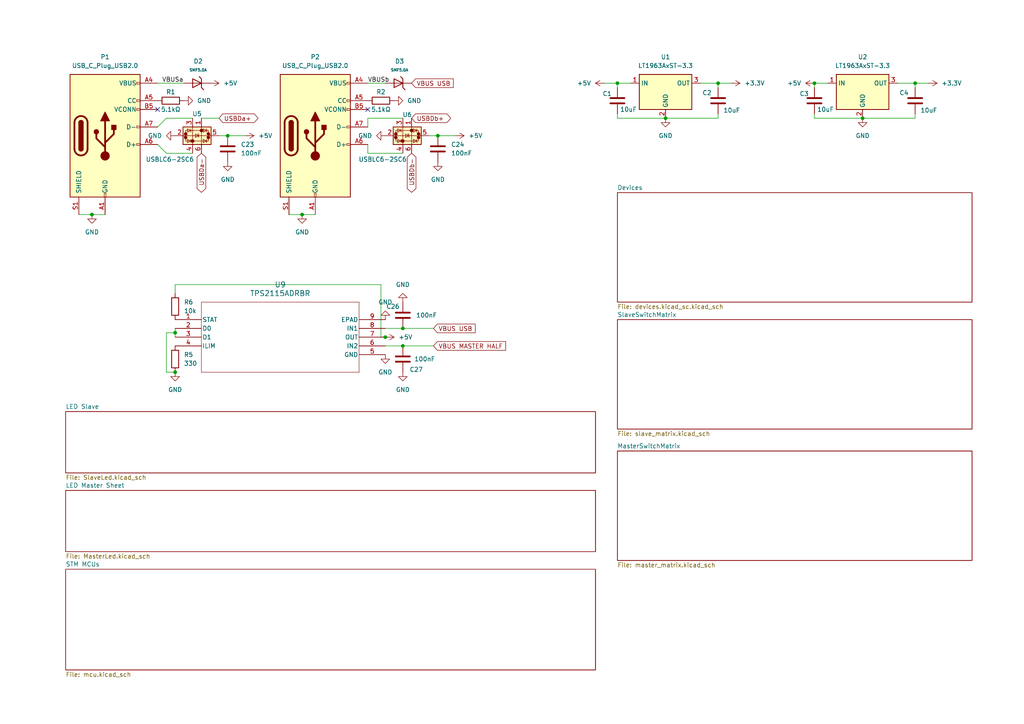
<source format=kicad_sch>
(kicad_sch (version 20250114) (generator "eeschema") (generator_version "9.0")
  (paper "A4")
  (title_block (title "Yellow Panda Split Keyboard"))
  (lib_symbols
    (symbol "Connector:USB_C_Plug_USB2.0" (pin_names (offset 1.016))
      (property "Reference" "P" (at -10.16 19.05 0))
      (property "Value" "USB_C_Plug_USB2.0" (at 12.7 19.05 0))
      (symbol "USB_C_Plug_USB2.0_0_0"
        (rectangle (start -0.254 -17.78) (end 0.254 -16.764))
        (rectangle (start 10.16 15.494) (end 9.144 14.986))
        (rectangle (start 10.16 10.414) (end 9.144 9.906))
        (rectangle (start 10.16 7.874) (end 9.144 7.366))
        (rectangle (start 10.16 2.794) (end 9.144 2.286))
        (rectangle (start 10.16 -2.286) (end 9.144 -2.794))
      )
      (symbol "USB_C_Plug_USB2.0_0_1"
        (rectangle (start -10.16 17.78) (end 10.16 -17.78) (stroke (width 0.254)) (fill (type background)))
        (polyline (pts (xy -8.89 -3.81) (xy -8.89 3.81)) (stroke (width 0.508)))
        (rectangle (start -7.62 -3.81) (end -6.35 3.81) (stroke (width 0.254)) (fill (type outline)))
        (arc (start -7.62 3.81) (mid -6.985 4.4423) (end -6.35 3.81) (stroke (width 0.254)))
        (arc (start -7.62 3.81) (mid -6.985 4.4423) (end -6.35 3.81) (stroke (width 0.254)) (fill (type outline)))
        (arc (start -8.89 3.81) (mid -6.985 5.7067) (end -5.08 3.81) (stroke (width 0.508)))
        (arc (start -5.08 -3.81) (mid -6.985 -5.7067) (end -8.89 -3.81) (stroke (width 0.508)))
        (arc (start -6.35 -3.81) (mid -6.985 -4.4423) (end -7.62 -3.81) (stroke (width 0.254)))
        (arc (start -6.35 -3.81) (mid -6.985 -4.4423) (end -7.62 -3.81) (stroke (width 0.254)) (fill (type outline)))
        (polyline (pts (xy -5.08 3.81) (xy -5.08 -3.81)) (stroke (width 0.508)))
        (circle (center -2.54 1.143) (radius 0.635) (stroke (width 0.254)) (fill (type outline)))
        (polyline (pts (xy -1.27 4.318) (xy 0 6.858) (xy 1.27 4.318) (xy -1.27 4.318)) (stroke (width 0.254)) (fill (type outline)))
        (polyline (pts (xy 0 -2.032) (xy 2.54 0.508) (xy 2.54 1.778)) (stroke (width 0.508)))
        (polyline (pts (xy 0 -3.302) (xy -2.54 -0.762) (xy -2.54 0.508)) (stroke (width 0.508)))
        (polyline (pts (xy 0 -5.842) (xy 0 4.318)) (stroke (width 0.508)))
        (circle (center 0 -5.842) (radius 1.27) (fill (type outline)))
        (rectangle (start 1.905 1.778) (end 3.175 3.048) (stroke (width 0.254)) (fill (type outline)))
      )
      (symbol "USB_C_Plug_USB2.0_1_1"
        (pin passive line (at -7.62 -22.86 90) (length 5.08) (name "SHIELD") (number "S1"))
        (pin passive line (at 0 -22.86 90) (length 5.08) (name "GND") (number "A1"))
        (pin passive line (at 0 -22.86 90) (length 5.08) (hide yes) (name "GND") (number "A12"))
        (pin passive line (at 0 -22.86 90) (length 5.08) (hide yes) (name "GND") (number "B1"))
        (pin passive line (at 0 -22.86 90) (length 5.08) (hide yes) (name "GND") (number "B12"))
        (pin passive line (at 15.24 15.24 180) (length 5.08) (name "VBUS") (number "A4"))
        (pin passive line (at 15.24 15.24 180) (length 5.08) (hide yes) (name "VBUS") (number "A9"))
        (pin passive line (at 15.24 15.24 180) (length 5.08) (hide yes) (name "VBUS") (number "B4"))
        (pin passive line (at 15.24 15.24 180) (length 5.08) (hide yes) (name "VBUS") (number "B9"))
        (pin bidirectional line (at 15.24 10.16 180) (length 5.08) (name "CC") (number "A5"))
        (pin bidirectional line (at 15.24 7.62 180) (length 5.08) (name "VCONN") (number "B5"))
        (pin bidirectional line (at 15.24 2.54 180) (length 5.08) (name "D-") (number "A7"))
        (pin bidirectional line (at 15.24 -2.54 180) (length 5.08) (name "D+") (number "A6"))
      )
    )
    (symbol "Device:C" (pin_numbers (hide yes)) (pin_names (offset 0.254))
      (property "Reference" "C" (at 0.635 2.54 0))
      (property "Value" "C" (at 0.635 -2.54 0))
      (symbol "C_0_1"
        (polyline (pts (xy -2.032 0.762) (xy 2.032 0.762)) (stroke (width 0.508)))
        (polyline (pts (xy -2.032 -0.762) (xy 2.032 -0.762)) (stroke (width 0.508)))
      )
      (symbol "C_1_1"
        (pin passive line (at 0 3.81 270) (length 2.794) (name "~") (number "1"))
        (pin passive line (at 0 -3.81 90) (length 2.794) (name "~") (number "2"))
      )
    )
    (symbol "Device:R" (pin_numbers (hide yes)) (pin_names (offset 0))
      (property "Reference" "R" (at 2.032 0 90))
      (property "Value" "R" (at 0 0 90))
      (symbol "R_0_1"
        (rectangle (start -1.016 -2.54) (end 1.016 2.54) (stroke (width 0.254)))
      )
      (symbol "R_1_1"
        (pin passive line (at 0 3.81 270) (length 1.27) (name "~") (number "1"))
        (pin passive line (at 0 -3.81 90) (length 1.27) (name "~") (number "2"))
      )
    )
    (symbol "PCM_JLCPCB-Diodes:TVS-Uni,SMF5.0A" (pin_numbers (hide yes)) (pin_names (offset 0))
      (property "Reference" "D" (at 2.032 0.834 0))
      (property "Value" "SMF5.0A" (at 2.032 -1.2122 0))
      (symbol "TVS-Uni,SMF5.0A_0_1"
        (polyline (pts (xy -1.905 -1.905) (xy -1.27 -1.27) (xy 1.27 -1.27) (xy 1.905 -0.635)) (stroke (width 0.254)))
        (polyline (pts (xy -1.27 1.27) (xy 0 -1.27) (xy 1.27 1.27) (xy -1.27 1.27)) (stroke (width 0.254)))
      )
      (symbol "TVS-Uni,SMF5.0A_1_1"
        (pin passive line (at 0 3.81 270) (length 3.81) (name "~") (number "2"))
        (pin passive line (at 0 -3.81 90) (length 3.81) (name "~") (number "1"))
      )
    )
    (symbol "Power_Protection:USBLC6-2SC6" (pin_names (hide yes))
      (property "Reference" "U" (at 0.635 5.715 0))
      (property "Value" "USBLC6-2SC6" (at 0.635 3.81 0))
      (symbol "USBLC6-2SC6_0_0"
        (circle (center -1.524 0) (radius 0.0001) (stroke (width 0.508)))
        (circle (center -0.508 2.032) (radius 0.0001) (stroke (width 0.508)))
        (circle (center -0.508 -4.572) (radius 0.0001) (stroke (width 0.508)))
        (circle (center 0.508 2.032) (radius 0.0001) (stroke (width 0.508)))
        (circle (center 0.508 -4.572) (radius 0.0001) (stroke (width 0.508)))
        (circle (center 1.524 -2.54) (radius 0.0001) (stroke (width 0.508)))
      )
      (symbol "USBLC6-2SC6_0_1"
        (polyline (pts (xy -2.54 0) (xy 2.54 0)))
        (polyline (pts (xy -2.54 -2.54) (xy 2.54 -2.54)))
        (polyline (pts (xy -2.032 0.508) (xy -1.016 0.508) (xy -1.524 1.524) (xy -2.032 0.508)))
        (polyline (pts (xy -2.032 -3.048) (xy -1.016 -3.048)))
        (polyline (pts (xy -1.016 1.524) (xy -2.032 1.524)))
        (polyline (pts (xy -1.016 -4.064) (xy -2.032 -4.064) (xy -1.524 -3.048) (xy -1.016 -4.064)))
        (polyline (pts (xy -0.508 -1.143) (xy -0.508 -0.762) (xy 0.508 -0.762)))
        (polyline (pts (xy 0 2.54) (xy -0.508 2.032) (xy 0.508 2.032) (xy 0 1.524) (xy 0 -4.064) (xy -0.508 -4.572) (xy 0.508 -4.572) (xy 0 -5.08)))
        (polyline (pts (xy 0.508 -1.778) (xy -0.508 -1.778) (xy 0 -0.762) (xy 0.508 -1.778)))
        (polyline (pts (xy 1.016 1.524) (xy 2.032 1.524)))
        (polyline (pts (xy 1.016 -3.048) (xy 2.032 -3.048)))
        (polyline (pts (xy 2.032 0.508) (xy 1.016 0.508) (xy 1.524 1.524) (xy 2.032 0.508)))
        (polyline (pts (xy 2.032 -4.064) (xy 1.016 -4.064) (xy 1.524 -3.048) (xy 2.032 -4.064)))
      )
      (symbol "USBLC6-2SC6_1_1"
        (rectangle (start -2.54 2.794) (end 2.54 -5.334) (stroke (width 0.254)) (fill (type background)))
        (polyline (pts (xy -0.508 2.032) (xy -1.524 2.032) (xy -1.524 -4.572) (xy -0.508 -4.572)))
        (polyline (pts (xy 0.508 -4.572) (xy 1.524 -4.572) (xy 1.524 2.032) (xy 0.508 2.032)))
        (pin passive line (at -5.08 0 0) (length 2.54) (name "I/O1") (number "1"))
        (pin passive line (at -5.08 -2.54 0) (length 2.54) (name "I/O2") (number "3"))
        (pin passive line (at 0 5.08 270) (length 2.54) (name "VBUS") (number "5"))
        (pin passive line (at 0 -7.62 90) (length 2.54) (name "GND") (number "2"))
        (pin passive line (at 5.08 0 180) (length 2.54) (name "I/O1") (number "6"))
        (pin passive line (at 5.08 -2.54 180) (length 2.54) (name "I/O2") (number "4"))
      )
    )
    (symbol "Regulator_Linear:LT1963AxST-3.3"
      (property "Reference" "U" (at -7.62 6.35 0))
      (property "Value" "LT1963AxST-3.3" (at -1.27 6.35 0))
      (symbol "LT1963AxST-3.3_0_1"
        (rectangle (start -7.62 5.08) (end 7.62 -5.08) (stroke (width 0.254)) (fill (type background)))
      )
      (symbol "LT1963AxST-3.3_1_1"
        (pin power_in line (at -10.16 2.54 0) (length 2.54) (name "IN") (number "1"))
        (pin power_in line (at 0 -7.62 90) (length 2.54) (name "GND") (number "2"))
        (pin power_out line (at 10.16 2.54 180) (length 2.54) (name "OUT") (number "3"))
      )
    )
    (symbol "power:+3.3V" (power) (pin_numbers (hide yes)) (pin_names (offset 0) (hide yes))
      (property "Value" "+3.3V" (at 0 3.556 0))
      (symbol "+3.3V_0_1"
        (polyline (pts (xy -0.762 1.27) (xy 0 2.54)))
        (polyline (pts (xy 0 2.54) (xy 0.762 1.27)))
        (polyline (pts (xy 0 0) (xy 0 2.54)))
      )
      (symbol "+3.3V_1_1"
        (pin power_in line (at 0 0 90) (length 0) (name "~") (number "1"))
      )
    )
    (symbol "power:+5V" (power) (pin_numbers (hide yes)) (pin_names (offset 0) (hide yes))
      (property "Value" "+5V" (at 0 3.556 0))
      (symbol "+5V_0_1"
        (polyline (pts (xy -0.762 1.27) (xy 0 2.54)))
        (polyline (pts (xy 0 2.54) (xy 0.762 1.27)))
        (polyline (pts (xy 0 0) (xy 0 2.54)))
      )
      (symbol "+5V_1_1"
        (pin power_in line (at 0 0 90) (length 0) (name "~") (number "1"))
      )
    )
    (symbol "power:GND" (power) (pin_numbers (hide yes)) (pin_names (offset 0) (hide yes))
      (property "Value" "GND" (at 0 -3.81 0))
      (symbol "GND_0_1"
        (polyline (pts (xy 0 0) (xy 0 -1.27) (xy 1.27 -1.27) (xy 0 -2.54) (xy -1.27 -1.27) (xy 0 -1.27)))
      )
      (symbol "GND_1_1"
        (pin power_in line (at 0 0 270) (length 0) (name "~") (number "1"))
      )
    )
    (symbol "power_selector:TPS2115ADRBR" (pin_names (offset 0.254))
      (property "Reference" "U" (at 30.48 10.16 0))
      (property "Value" "TPS2115ADRBR" (at 30.48 7.62 0))
      (symbol "TPS2115ADRBR_0_1"
        (polyline (pts (xy 7.62 5.08) (xy 7.62 -15.24)) (stroke (width 0.127)))
        (polyline (pts (xy 7.62 -15.24) (xy 53.34 -15.24)) (stroke (width 0.127)))
        (polyline (pts (xy 53.34 5.08) (xy 7.62 5.08)) (stroke (width 0.127)))
        (polyline (pts (xy 53.34 -15.24) (xy 53.34 5.08)) (stroke (width 0.127)))
        (pin output line (at 0 0 0) (length 7.62) (name "STAT") (number "1"))
        (pin input line (at 0 -2.54 0) (length 7.62) (name "D0") (number "2"))
        (pin input line (at 0 -5.08 0) (length 7.62) (name "D1") (number "3"))
        (pin input line (at 0 -7.62 0) (length 7.62) (name "ILIM") (number "4"))
        (pin unspecified line (at 60.96 0 180) (length 7.62) (name "EPAD") (number "9"))
        (pin input line (at 60.96 -2.54 180) (length 7.62) (name "IN1") (number "8"))
        (pin output line (at 60.96 -5.08 180) (length 7.62) (name "OUT") (number "7"))
        (pin input line (at 60.96 -7.62 180) (length 7.62) (name "IN2") (number "6"))
        (pin power_in line (at 60.96 -10.16 180) (length 7.62) (name "GND") (number "5"))
      )
    )
  )
  (junction (at 250.19 34.29))
  (junction (at 116.84 95.25))
  (junction (at 66.04 39.37))
  (junction (at 111.76 97.79))
  (junction (at 193.04 34.29))
  (junction (at 87.63 62.23))
  (junction (at 236.22 24.13))
  (junction (at 265.43 24.13))
  (junction (at 179.07 24.13))
  (junction (at 208.28 24.13))
  (junction (at 50.8 96.52))
  (junction (at 127 39.37))
  (junction (at 50.8 107.95))
  (junction (at 116.84 100.33))
  (junction (at 26.67 62.23))
  (no_connect (at 106.68 31.75))
  (no_connect (at 45.72 31.75))
  (wire (pts (xy 193.04 34.29) (xy 179.07 34.29)))
  (wire (pts (xy 48.26 34.29) (xy 55.88 34.29)))
  (wire (pts (xy 83.82 62.23) (xy 87.63 62.23)))
  (wire (pts (xy 110.49 82.55) (xy 110.49 97.79)))
  (wire (pts (xy 236.22 34.29) (xy 236.22 33.02)))
  (wire (pts (xy 250.19 34.29) (xy 265.43 34.29)))
  (wire (pts (xy 48.26 107.95) (xy 50.8 107.95)))
  (wire (pts (xy 265.43 34.29) (xy 265.43 33.02)))
  (wire (pts (xy 50.8 82.55) (xy 50.8 85.09)))
  (wire (pts (xy 50.8 82.55) (xy 110.49 82.55)))
  (wire (pts (xy 132.08 39.37) (xy 127 39.37)))
  (wire (pts (xy 250.19 34.29) (xy 236.22 34.29)))
  (wire (pts (xy 22.86 62.23) (xy 26.67 62.23)))
  (wire (pts (xy 179.07 25.4) (xy 179.07 24.13)))
  (wire (pts (xy 106.68 44.45) (xy 116.84 44.45)))
  (wire (pts (xy 106.68 44.45) (xy 106.68 41.91)))
  (wire (pts (xy 208.28 34.29) (xy 208.28 33.02)))
  (wire (pts (xy 45.72 36.83) (xy 48.26 34.29)))
  (wire (pts (xy 208.28 25.4) (xy 208.28 24.13)))
  (wire (pts (xy 26.67 62.23) (xy 30.48 62.23)))
  (wire (pts (xy 110.49 97.79) (xy 111.76 97.79)))
  (wire (pts (xy 45.72 24.13) (xy 53.34 24.13)))
  (wire (pts (xy 111.76 24.13) (xy 106.68 24.13)))
  (wire (pts (xy 265.43 24.13) (xy 269.24 24.13)))
  (wire (pts (xy 179.07 24.13) (xy 182.88 24.13)))
  (wire (pts (xy 116.84 95.25) (xy 111.76 95.25)))
  (wire (pts (xy 125.73 95.25) (xy 116.84 95.25)))
  (wire (pts (xy 208.28 24.13) (xy 212.09 24.13)))
  (wire (pts (xy 203.2 24.13) (xy 208.28 24.13)))
  (wire (pts (xy 236.22 24.13) (xy 240.03 24.13)))
  (wire (pts (xy 71.12 39.37) (xy 66.04 39.37)))
  (wire (pts (xy 55.88 44.45) (xy 48.26 44.45)))
  (wire (pts (xy 193.04 34.29) (xy 208.28 34.29)))
  (wire (pts (xy 50.8 95.25) (xy 50.8 96.52)))
  (wire (pts (xy 66.04 39.37) (xy 63.5 39.37)))
  (wire (pts (xy 48.26 96.52) (xy 50.8 96.52)))
  (wire (pts (xy 63.5 34.29) (xy 58.42 34.29)))
  (wire (pts (xy 236.22 25.4) (xy 236.22 24.13)))
  (wire (pts (xy 260.35 24.13) (xy 265.43 24.13)))
  (wire (pts (xy 48.26 96.52) (xy 48.26 107.95)))
  (wire (pts (xy 116.84 100.33) (xy 111.76 100.33)))
  (wire (pts (xy 106.68 34.29) (xy 116.84 34.29)))
  (wire (pts (xy 48.26 44.45) (xy 45.72 41.91)))
  (wire (pts (xy 87.63 62.23) (xy 91.44 62.23)))
  (wire (pts (xy 50.8 96.52) (xy 50.8 97.79)))
  (wire (pts (xy 175.26 24.13) (xy 179.07 24.13)))
  (wire (pts (xy 265.43 25.4) (xy 265.43 24.13)))
  (wire (pts (xy 106.68 34.29) (xy 106.68 36.83)))
  (wire (pts (xy 179.07 34.29) (xy 179.07 33.02)))
  (wire (pts (xy 125.73 100.33) (xy 116.84 100.33)))
  (wire (pts (xy 127 39.37) (xy 124.46 39.37)))
  (label "VBUSa" (at 46.99 24.13 0))
  (label "VBUSb" (at 106.68 24.13 0))
  (global_label "USBDb+" (shape bidirectional) (at 119.38 34.29 0) (property "Intersheetrefs" "${INTERSHEET_REFS}" (effects (hide yes))))
  (global_label "USBDa+" (shape bidirectional) (at 63.5 34.29 0) (property "Intersheetrefs" "${INTERSHEET_REFS}" (effects (hide yes))))
  (global_label "VBUS MASTER HALF" (shape input) (at 125.73 100.33 0) (property "Intersheetrefs" "${INTERSHEET_REFS}" (effects (hide yes))))
  (global_label "VBUS USB" (shape input) (at 125.73 95.25 0) (property "Intersheetrefs" "${INTERSHEET_REFS}" (effects (hide yes))))
  (global_label "VBUS USB" (shape input) (at 119.38 24.13 0) (property "Intersheetrefs" "${INTERSHEET_REFS}" (effects (hide yes))))
  (global_label "USBDa-" (shape bidirectional) (at 58.42 44.45 270) (property "Intersheetrefs" "${INTERSHEET_REFS}" (effects (hide yes))))
  (global_label "USBDb-" (shape bidirectional) (at 119.38 44.45 270) (property "Intersheetrefs" "${INTERSHEET_REFS}" (effects (hide yes))))
  (symbol (lib_id "power:GND") (at 116.84 87.63 180) (unit 1)
    (property "Reference" "#PWR0110" (effects (hide yes)))
    (property "Value" "GND" (at 116.84 82.55 0))
    (property "Description" "Power symbol creates a global label with name \"GND\" , ground" (effects (hide yes)))
  )
  (symbol (lib_id "power:+3.3V") (at 212.09 24.13 270) (unit 1)
    (property "Reference" "#PWR04" (effects (hide yes)))
    (property "Value" "+3.3V" (at 215.9 24.1299 90) (effects (justify left)))
    (property "Description" "Power symbol creates a global label with name \"+3.3V\"" (effects (hide yes)))
  )
  (symbol (lib_id "Device:R") (at 50.8 104.14 0) (unit 1)
    (property "Reference" "R5" (at 53.34 102.8699 0) (effects (justify left)))
    (property "Value" "330" (at 53.34 105.4099 0) (effects (justify left)))
    (property "Footprint" "Resistor_SMD:R_2512_6332Metric_Pad1.40x3.35mm_HandSolder" (effects (hide yes)))
    (property "Description" "Resistor" (effects (hide yes)))
  )
  (symbol (lib_id "Device:C") (at 236.22 29.21 0) (unit 1)
    (property "Reference" "C3" (at 231.902 27.178 0) (effects (justify left)))
    (property "Value" "10uF" (at 236.982 31.75 0) (effects (justify left)))
    (property "Footprint" "Capacitor_SMD:C_1206_3216Metric_Pad1.33x1.80mm_HandSolder" (effects (hide yes)))
    (property "Description" "Unpolarized capacitor" (effects (hide yes)))
  )
  (symbol (lib_id "Device:R") (at 110.49 29.21 270) (unit 1)
    (property "Reference" "R2" (at 110.49 26.67 90))
    (property "Value" "5.1kΩ" (at 110.49 31.75 90))
    (property "Footprint" "Resistor_SMD:R_01005_0402Metric_Pad0.57x0.30mm_HandSolder" (effects (hide yes)))
  )
  (symbol (lib_id "Power_Protection:USBLC6-2SC6") (at 119.38 39.37 270) (unit 1)
    (property "Reference" "U6" (at 118.11 33.274 90))
    (property "Value" "USBLC6-2SC6" (at 110.998 46.228 90))
    (property "Footprint" "Package_TO_SOT_SMD:SOT-23-6" (effects (hide yes)))
    (property "Datasheet" "https://www.st.com/resource/en/datasheet/usblc6-2.pdf" (effects (hide yes)))
    (property "Description" "Very low capacitance ESD protection diode, 2 data-line, SOT-23-6" (effects (hide yes)))
  )
  (symbol (lib_id "power:+3.3V") (at 269.24 24.13 270) (unit 1)
    (property "Reference" "#PWR0180" (effects (hide yes)))
    (property "Value" "+3.3V" (at 273.05 24.1299 90) (effects (justify left)))
    (property "Description" "Power symbol creates a global label with name \"+3.3V\"" (effects (hide yes)))
  )
  (symbol (lib_id "Device:C") (at 208.28 29.21 0) (unit 1)
    (property "Reference" "C2" (at 203.708 26.924 0) (effects (justify left)))
    (property "Value" "10uF" (at 209.804 32.004 0) (effects (justify left)))
    (property "Footprint" "Capacitor_SMD:C_1206_3216Metric_Pad1.33x1.80mm_HandSolder" (effects (hide yes)))
    (property "Description" "Unpolarized capacitor" (effects (hide yes)))
  )
  (symbol (lib_id "power:+5V") (at 71.12 39.37 270) (unit 1)
    (property "Reference" "#PWR012" (effects (hide yes)))
    (property "Value" "+5V" (at 74.93 39.3699 90) (effects (justify left)))
    (property "Description" "Power symbol creates a global label with name \"+5V\"" (effects (hide yes)))
  )
  (symbol (lib_id "power:GND") (at 66.04 46.99 0) (unit 1)
    (property "Reference" "#PWR013" (effects (hide yes)))
    (property "Value" "GND" (at 66.04 52.07 0))
    (property "Description" "Power symbol creates a global label with name \"GND\" , ground" (effects (hide yes)))
  )
  (symbol (lib_id "PCM_JLCPCB-Diodes:TVS-Uni,SMF5.0A") (at 57.15 24.13 90) (unit 1)
    (property "Reference" "D2" (at 57.4675 17.78 90))
    (property "Value" "SMF5.0A" (at 57.4675 20.32 90) (effects (font (size 0.8 0.8))))
    (property "Footprint" "PCM_JLCPCB:D_SOD-123FL" (effects (hide yes)))
    (property "Datasheet" "https://wmsc.lcsc.com/wmsc/upload/file/pdf/v2/lcsc/2312041000_hongjiacheng-SMF5-0A_C19077497.pdf" (effects (hide yes)))
    (property "Description" "27.4A 7.3V 200W 6.4V Unidirectional 5V SOD-123FL ESD and Surge Protection (TVS/ESD) ROHS" (effects (hide yes)))
    (property "LCSC" "C19077497" (effects (hide yes)))
    (property "Stock" "158412" (effects (hide yes)))
    (property "Price" "0.028USD" (effects (hide yes)))
    (property "Process" "SMT" (effects (hide yes)))
    (property "Minimum Qty" "15" (effects (hide yes)))
    (property "Attrition Qty" "4" (effects (hide yes)))
    (property "Class" "Preferred Component" (effects (hide yes)))
    (property "Category" "Circuit Protection,ESD And Surge Protection (TVS/ESD)" (effects (hide yes)))
    (property "Manufacturer" "hongjiacheng" (effects (hide yes)))
    (property "Part" "SMF5.0A" (effects (hide yes)))
  )
  (symbol (lib_id "power:GND") (at 127 46.99 0) (unit 1)
    (property "Reference" "#PWR041" (effects (hide yes)))
    (property "Value" "GND" (at 127 52.07 0))
    (property "Description" "Power symbol creates a global label with name \"GND\" , ground" (effects (hide yes)))
  )
  (symbol (lib_id "Regulator_Linear:LT1963AxST-3.3") (at 193.04 26.67 0) (unit 1)
    (property "Reference" "U1" (at 193.04 16.51 0))
    (property "Value" "LT1963AxST-3.3" (at 193.04 19.05 0))
    (property "Footprint" "Package_TO_SOT_SMD:SOT-223-3_TabPin2" (effects (hide yes)))
    (property "Datasheet" "https://www.analog.com/media/en/technical-documentation/data-sheets/1963aff.pdf" (effects (hide yes)))
    (property "Description" "3.3V, 1.5A, Low Noise, Fast Transient Response LDO Regulator, SOT-223" (effects (hide yes)))
  )
  (symbol (lib_id "Device:C") (at 116.84 91.44 0) (unit 1)
    (property "Reference" "C26" (at 112.014 88.9 0) (effects (justify left)))
    (property "Value" "100nF" (at 120.65 91.44 0) (effects (justify left)))
    (property "Footprint" "Capacitor_SMD:C_0201_0603Metric_Pad0.64x0.40mm_HandSolder" (effects (hide yes)))
    (property "Description" "Unpolarized capacitor" (effects (hide yes)))
  )
  (symbol (lib_id "Connector:USB_C_Plug_USB2.0") (at 91.44 39.37 0) (unit 1)
    (property "Reference" "P2" (at 91.44 16.51 0))
    (property "Value" "USB_C_Plug_USB2.0" (at 91.44 19.05 0))
    (property "Footprint" "Custom Lib:USB_C_Receptacle_GCT_USB4110" (effects (hide yes)))
    (property "Datasheet" "https://www.usb.org/sites/default/files/documents/usb_type-c.zip" (effects (hide yes)))
  )
  (symbol (lib_id "power:GND") (at 111.76 39.37 270) (unit 1)
    (property "Reference" "#PWR042" (effects (hide yes)))
    (property "Value" "GND" (at 107.95 39.3699 90) (effects (justify right)))
    (property "Description" "Power symbol creates a global label with name \"GND\" , ground" (effects (hide yes)))
  )
  (symbol (lib_id "power:GND") (at 193.04 34.29 0) (unit 1)
    (property "Reference" "#PWR09" (effects (hide yes)))
    (property "Value" "GND" (at 193.04 39.37 0))
    (property "Description" "Power symbol creates a global label with name \"GND\" , ground" (effects (hide yes)))
  )
  (symbol (lib_id "power:+5V") (at 132.08 39.37 270) (unit 1)
    (property "Reference" "#PWR014" (effects (hide yes)))
    (property "Value" "+5V" (at 135.89 39.3699 90) (effects (justify left)))
    (property "Description" "Power symbol creates a global label with name \"+5V\"" (effects (hide yes)))
  )
  (symbol (lib_id "power:GND") (at 111.76 102.87 0) (unit 1)
    (property "Reference" "#PWR0108" (effects (hide yes)))
    (property "Value" "GND" (at 111.76 107.95 0))
    (property "Description" "Power symbol creates a global label with name \"GND\" , ground" (effects (hide yes)))
  )
  (symbol (lib_id "power:+5V") (at 60.96 24.13 270) (unit 1)
    (property "Reference" "#PWR01" (effects (hide yes)))
    (property "Value" "+5V" (at 64.77 24.1299 90) (effects (justify left)))
    (property "Description" "Power symbol creates a global label with name \"+5V\"" (effects (hide yes)))
  )
  (symbol (lib_id "Device:C") (at 66.04 43.18 0) (unit 1)
    (property "Reference" "C23" (at 69.85 41.9099 0) (effects (justify left)))
    (property "Value" "100nF" (at 69.85 44.4499 0) (effects (justify left)))
    (property "Footprint" "Capacitor_SMD:C_0201_0603Metric_Pad0.64x0.40mm_HandSolder" (effects (hide yes)))
    (property "Description" "Unpolarized capacitor" (effects (hide yes)))
  )
  (symbol (lib_id "Connector:USB_C_Plug_USB2.0") (at 30.48 39.37 0) (unit 1)
    (property "Reference" "P1" (at 30.48 16.51 0))
    (property "Value" "USB_C_Plug_USB2.0" (at 30.48 19.05 0))
    (property "Footprint" "Custom Lib:USB_C_Receptacle_GCT_USB4110" (effects (hide yes)))
    (property "Datasheet" "https://www.usb.org/sites/default/files/documents/usb_type-c.zip" (effects (hide yes)))
  )
  (symbol (lib_id "power:GND") (at 87.63 62.23 0) (unit 1)
    (property "Reference" "#PWR016" (effects (hide yes)))
    (property "Value" "GND" (at 87.63 67.31 0))
    (property "Description" "Power symbol creates a global label with name \"GND\" , ground" (effects (hide yes)))
  )
  (symbol (lib_id "PCM_JLCPCB-Diodes:TVS-Uni,SMF5.0A") (at 115.57 24.13 90) (unit 1)
    (property "Reference" "D3" (at 115.8875 17.78 90))
    (property "Value" "SMF5.0A" (at 115.8875 20.32 90) (effects (font (size 0.8 0.8))))
    (property "Footprint" "PCM_JLCPCB:D_SOD-123FL" (effects (hide yes)))
    (property "Datasheet" "https://wmsc.lcsc.com/wmsc/upload/file/pdf/v2/lcsc/2312041000_hongjiacheng-SMF5-0A_C19077497.pdf" (effects (hide yes)))
    (property "Description" "27.4A 7.3V 200W 6.4V Unidirectional 5V SOD-123FL ESD and Surge Protection (TVS/ESD) ROHS" (effects (hide yes)))
    (property "LCSC" "C19077497" (effects (hide yes)))
    (property "Stock" "158412" (effects (hide yes)))
    (property "Price" "0.028USD" (effects (hide yes)))
    (property "Process" "SMT" (effects (hide yes)))
    (property "Minimum Qty" "15" (effects (hide yes)))
    (property "Attrition Qty" "4" (effects (hide yes)))
    (property "Class" "Preferred Component" (effects (hide yes)))
    (property "Category" "Circuit Protection,ESD And Surge Protection (TVS/ESD)" (effects (hide yes)))
    (property "Manufacturer" "hongjiacheng" (effects (hide yes)))
    (property "Part" "SMF5.0A" (effects (hide yes)))
  )
  (symbol (lib_id "Regulator_Linear:LT1963AxST-3.3") (at 250.19 26.67 0) (unit 1)
    (property "Reference" "U2" (at 250.19 16.51 0))
    (property "Value" "LT1963AxST-3.3" (at 250.19 19.05 0))
    (property "Footprint" "Package_TO_SOT_SMD:SOT-223-3_TabPin2" (effects (hide yes)))
    (property "Datasheet" "https://www.analog.com/media/en/technical-documentation/data-sheets/1963aff.pdf" (effects (hide yes)))
    (property "Description" "3.3V, 1.5A, Low Noise, Fast Transient Response LDO Regulator, SOT-223" (effects (hide yes)))
  )
  (symbol (lib_id "Device:C") (at 116.84 104.14 180) (unit 1)
    (property "Reference" "C27" (at 122.682 107.188 0) (effects (justify left)))
    (property "Value" "100nF" (at 126.238 104.14 0) (effects (justify left)))
    (property "Footprint" "Capacitor_SMD:C_0201_0603Metric_Pad0.64x0.40mm_HandSolder" (effects (hide yes)))
    (property "Description" "Unpolarized capacitor" (effects (hide yes)))
  )
  (symbol (lib_id "power:GND") (at 26.67 62.23 0) (unit 1)
    (property "Reference" "#PWR015" (effects (hide yes)))
    (property "Value" "GND" (at 26.67 67.31 0))
    (property "Description" "Power symbol creates a global label with name \"GND\" , ground" (effects (hide yes)))
  )
  (symbol (lib_id "Device:C") (at 127 43.18 0) (unit 1)
    (property "Reference" "C24" (at 130.81 41.9099 0) (effects (justify left)))
    (property "Value" "100nF" (at 130.81 44.4499 0) (effects (justify left)))
    (property "Footprint" "Capacitor_SMD:C_0201_0603Metric_Pad0.64x0.40mm_HandSolder" (effects (hide yes)))
    (property "Description" "Unpolarized capacitor" (effects (hide yes)))
  )
  (symbol (lib_id "power_selector:TPS2115ADRBR") (at 50.8 92.71 0) (unit 1)
    (property "Reference" "U9" (at 81.28 82.55 0) (effects (font (size 1.524 1.524))))
    (property "Value" "TPS2115ADRBR" (at 81.28 85.09 0) (effects (font (size 1.524 1.524))))
    (property "Footprint" "Custom Lib:DRB8_2P4X1P65" (effects (hide yes)))
    (property "Datasheet" "https://www.ti.com/lit/gpn/tps2115a" (effects (hide yes)))
  )
  (symbol (lib_id "Device:C") (at 265.43 29.21 0) (unit 1)
    (property "Reference" "C4" (at 260.858 26.924 0) (effects (justify left)))
    (property "Value" "10uF" (at 266.954 32.004 0) (effects (justify left)))
    (property "Footprint" "Capacitor_SMD:C_1206_3216Metric_Pad1.33x1.80mm_HandSolder" (effects (hide yes)))
    (property "Description" "Unpolarized capacitor" (effects (hide yes)))
  )
  (symbol (lib_id "Device:R") (at 49.53 29.21 270) (unit 1)
    (property "Reference" "R1" (at 49.53 26.67 90))
    (property "Value" "5.1kΩ" (at 49.53 31.75 90))
    (property "Footprint" "Resistor_SMD:R_01005_0402Metric_Pad0.57x0.30mm_HandSolder" (effects (hide yes)))
  )
  (symbol (lib_id "power:GND") (at 114.3 29.21 90) (unit 1)
    (property "Reference" "#PWR08" (effects (hide yes)))
    (property "Value" "GND" (at 118.11 29.2099 90) (effects (justify right)))
    (property "Description" "Power symbol creates a global label with name \"GND\" , ground" (effects (hide yes)))
  )
  (symbol (lib_id "power:GND") (at 111.76 92.71 180) (unit 1)
    (property "Reference" "#PWR0109" (effects (hide yes)))
    (property "Value" "GND" (at 111.76 87.63 0))
    (property "Description" "Power symbol creates a global label with name \"GND\" , ground" (effects (hide yes)))
  )
  (symbol (lib_id "Device:C") (at 179.07 29.21 0) (unit 1)
    (property "Reference" "C1" (at 174.752 27.178 0) (effects (justify left)))
    (property "Value" "10uF" (at 179.832 31.75 0) (effects (justify left)))
    (property "Footprint" "Capacitor_SMD:C_1206_3216Metric_Pad1.33x1.80mm_HandSolder" (effects (hide yes)))
    (property "Description" "Unpolarized capacitor" (effects (hide yes)))
  )
  (symbol (lib_id "power:GND") (at 116.84 107.95 0) (unit 1)
    (property "Reference" "#PWR0111" (effects (hide yes)))
    (property "Value" "GND" (at 116.84 113.03 0))
    (property "Description" "Power symbol creates a global label with name \"GND\" , ground" (effects (hide yes)))
  )
  (symbol (lib_id "power:+5V") (at 175.26 24.13 90) (unit 1)
    (property "Reference" "#PWR03" (effects (hide yes)))
    (property "Value" "+5V" (at 171.45 24.1299 90) (effects (justify left)))
    (property "Description" "Power symbol creates a global label with name \"+5V\"" (effects (hide yes)))
  )
  (symbol (lib_id "Device:R") (at 50.8 88.9 0) (unit 1)
    (property "Reference" "R6" (at 53.34 87.6299 0) (effects (justify left)))
    (property "Value" "10k" (at 53.34 90.1699 0) (effects (justify left)))
    (property "Footprint" "Resistor_SMD:R_0402_1005Metric_Pad0.72x0.64mm_HandSolder" (effects (hide yes)))
    (property "Description" "Resistor" (effects (hide yes)))
  )
  (symbol (lib_id "power:GND") (at 50.8 39.37 270) (unit 1)
    (property "Reference" "#PWR011" (effects (hide yes)))
    (property "Value" "GND" (at 46.99 39.3699 90) (effects (justify right)))
    (property "Description" "Power symbol creates a global label with name \"GND\" , ground" (effects (hide yes)))
  )
  (symbol (lib_id "power:GND") (at 53.34 29.21 90) (unit 1)
    (property "Reference" "#PWR07" (effects (hide yes)))
    (property "Value" "GND" (at 57.15 29.2099 90) (effects (justify right)))
    (property "Description" "Power symbol creates a global label with name \"GND\" , ground" (effects (hide yes)))
  )
  (symbol (lib_id "power:+5V") (at 111.76 97.79 270) (unit 1)
    (property "Reference" "#PWR05" (effects (hide yes)))
    (property "Value" "+5V" (at 115.57 97.7899 90) (effects (justify left)))
    (property "Description" "Power symbol creates a global label with name \"+5V\"" (effects (hide yes)))
  )
  (symbol (lib_id "power:GND") (at 50.8 107.95 0) (unit 1)
    (property "Reference" "#PWR0114" (effects (hide yes)))
    (property "Value" "GND" (at 50.8 113.03 0))
    (property "Description" "Power symbol creates a global label with name \"GND\" , ground" (effects (hide yes)))
  )
  (symbol (lib_id "power:+5V") (at 236.22 24.13 90) (unit 1)
    (property "Reference" "#PWR02" (effects (hide yes)))
    (property "Value" "+5V" (at 232.41 24.1299 90) (effects (justify left)))
    (property "Description" "Power symbol creates a global label with name \"+5V\"" (effects (hide yes)))
  )
  (symbol (lib_id "power:GND") (at 250.19 34.29 0) (unit 1)
    (property "Reference" "#PWR010" (effects (hide yes)))
    (property "Value" "GND" (at 250.19 39.37 0))
    (property "Description" "Power symbol creates a global label with name \"GND\" , ground" (effects (hide yes)))
  )
  (symbol (lib_id "Power_Protection:USBLC6-2SC6") (at 58.42 39.37 270) (unit 1)
    (property "Reference" "U5" (at 57.15 33.02 90))
    (property "Value" "USBLC6-2SC6" (at 49.276 46.228 90))
    (property "Footprint" "Package_TO_SOT_SMD:SOT-23-6" (effects (hide yes)))
    (property "Datasheet" "https://www.st.com/resource/en/datasheet/usblc6-2.pdf" (effects (hide yes)))
    (property "Description" "Very low capacitance ESD protection diode, 2 data-line, SOT-23-6" (effects (hide yes)))
  )
  (sheet (at 179.07 130.81) (size 102.87 31.75) (stroke (width 0.1524))
    (property "Sheetname" "MasterSwitchMatrix" (at 179.07 130.0984 0) (effects (justify left bottom)))
    (property "Sheetfile" "master_matrix.kicad_sch" (at 179.07 163.1446 0) (effects (justify left top)))
  )
  (sheet (at 19.05 119.38) (size 153.67 17.78) (stroke (width 0.1524))
    (property "Sheetname" "LED Slave" (at 19.05 118.6684 0) (effects (justify left bottom)))
    (property "Sheetfile" "SlaveLed.kicad_sch" (at 19.05 137.7446 0) (effects (justify left top)))
  )
  (sheet (at 19.05 142.24) (size 153.67 17.78) (stroke (width 0.1524))
    (property "Sheetname" "LED Master Sheet" (at 19.05 141.5284 0) (effects (justify left bottom)))
    (property "Sheetfile" "MasterLed.kicad_sch" (at 19.05 160.6046 0) (effects (justify left top)))
  )
  (sheet (at 179.07 55.88) (size 102.87 31.75) (stroke (width 0.1524))
    (property "Sheetname" "Devices" (at 179.07 55.1684 0) (effects (justify left bottom)))
    (property "Sheetfile" "devices.kicad_sc.kicad_sch" (at 179.07 88.2146 0) (effects (justify left top)))
  )
  (sheet (at 179.07 92.71) (size 102.87 31.75) (stroke (width 0.1524))
    (property "Sheetname" "SlaveSwitchMatrix" (at 179.07 91.9984 0) (effects (justify left bottom)))
    (property "Sheetfile" "slave_matrix.kicad_sch" (at 179.07 125.0446 0) (effects (justify left top)))
  )
  (sheet (at 19.05 165.1) (size 153.67 29.21) (stroke (width 0.1524))
    (property "Sheetname" "STM MCUs" (at 19.05 164.3884 0) (effects (justify left bottom)))
    (property "Sheetfile" "mcu.kicad_sch" (at 19.05 194.8946 0) (effects (justify left top)))
  )
)
</source>
